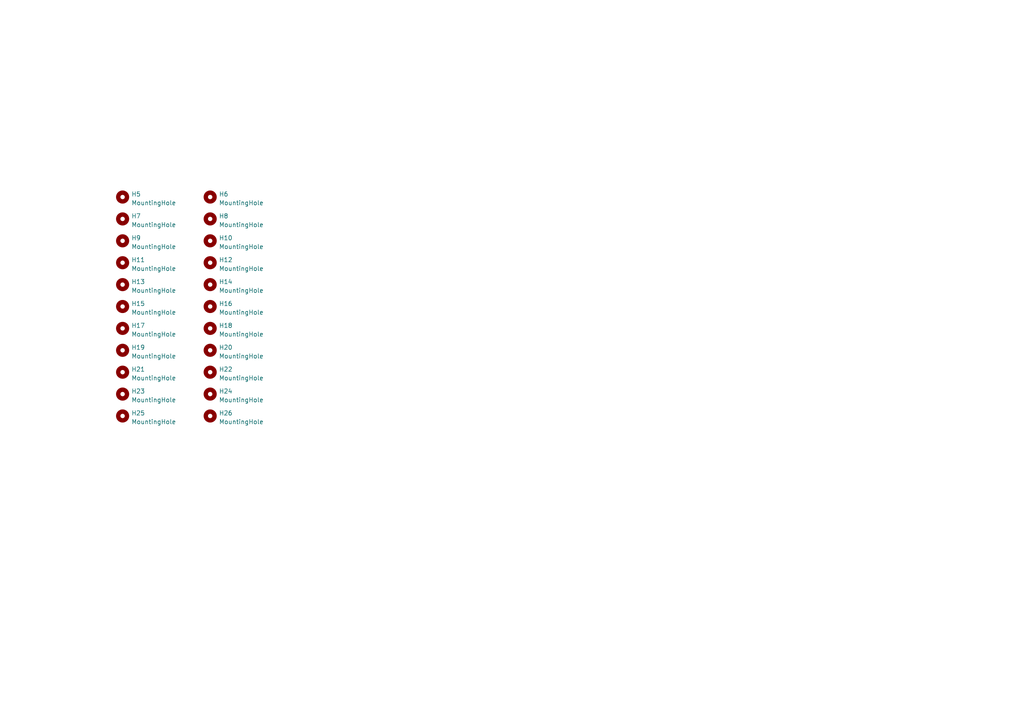
<source format=kicad_sch>
(kicad_sch (version 20230121) (generator eeschema)
  (paper "A4")
  (lib_symbols
    (symbol "Mechanical:MountingHole" (pin_names (offset 1.016))
      (property "Reference" "H" (at 0 5.08 0))
      (property "Value" "MountingHole" (at 0 3.175 0))
      (symbol "MountingHole_0_1"
        (circle (center 0 0) (radius 1.27) (stroke (width 1.27)))
      )
    )
  )
  (symbol (lib_id "Mechanical:MountingHole") (at 60.96 101.6 0) (unit 1)
    (property "Reference" "H20" (at 63.5 100.7653 0) (effects (justify left)))
    (property "Value" "MountingHole" (at 63.5 103.3022 0) (effects (justify left)))
    (property "Footprint" "cipulot_parts:HOLE_M2" (effects hide))
    (instances (project "minivan" (path "" (reference "H20") (unit 1)) (path "" (reference "H16") (unit 1))) (project "travaulta" (path "" (reference "H13") (unit 1))) (project "EC60" (path "" (reference "H1") (unit 1))))
  )
  (symbol (lib_id "Mechanical:MountingHole") (at 35.56 63.5 0) (unit 1)
    (property "Reference" "H7" (at 38.1 62.6653 0) (effects (justify left)))
    (property "Value" "MountingHole" (at 38.1 65.2022 0) (effects (justify left)))
    (property "Footprint" "cipulot_parts:HOLE_M2" (effects hide))
    (instances (project "minivan" (path "" (reference "H7") (unit 1)) (path "" (reference "H3") (unit 1))) (project "travaulta" (path "" (reference "H4") (unit 1))) (project "EC60" (path "" (reference "H1") (unit 1))))
  )
  (symbol (lib_id "Mechanical:MountingHole") (at 35.56 120.65 0) (unit 1)
    (property "Reference" "H25" (at 38.1 119.8153 0) (effects (justify left)))
    (property "Value" "MountingHole" (at 38.1 122.3522 0) (effects (justify left)))
    (property "Footprint" "cipulot_parts:HOLE_M2" (effects hide))
    (instances (project "minivan" (path "" (reference "H25") (unit 1)) (path "" (reference "H21") (unit 1))) (project "travaulta" (path "" (reference "H8") (unit 1))) (project "EC60" (path "" (reference "H1") (unit 1))))
  )
  (symbol (lib_id "Mechanical:MountingHole") (at 60.96 57.15 0) (unit 1)
    (property "Reference" "H6" (at 63.5 56.3153 0) (effects (justify left)))
    (property "Value" "MountingHole" (at 63.5 58.8522 0) (effects (justify left)))
    (property "Footprint" "cipulot_parts:HOLE_M2" (effects hide))
    (instances (project "minivan" (path "" (reference "H6") (unit 1)) (path "" (reference "H2") (unit 1))) (project "travaulta" (path "" (reference "H11") (unit 1))) (project "EC60" (path "" (reference "H1") (unit 1))))
  )
  (symbol (lib_id "Mechanical:MountingHole") (at 60.96 120.65 0) (unit 1)
    (property "Reference" "H26" (at 63.5 119.8153 0) (effects (justify left)))
    (property "Value" "MountingHole" (at 63.5 122.3522 0) (effects (justify left)))
    (property "Footprint" "cipulot_parts:HOLE_M2" (effects hide))
    (instances (project "minivan" (path "" (reference "H26") (unit 1)) (path "" (reference "H22") (unit 1))) (project "travaulta" (path "" (reference "H16") (unit 1))) (project "EC60" (path "" (reference "H1") (unit 1))))
  )
  (symbol (lib_id "Mechanical:MountingHole") (at 60.96 76.2 0) (unit 1)
    (property "Reference" "H12" (at 63.5 75.3653 0) (effects (justify left)))
    (property "Value" "MountingHole" (at 63.5 77.9022 0) (effects (justify left)))
    (property "Footprint" "cipulot_parts:HOLE_M2" (effects hide))
    (instances (project "minivan" (path "" (reference "H12") (unit 1)) (path "" (reference "H8") (unit 1))) (project "travaulta" (path "" (reference "H14") (unit 1))) (project "EC60" (path "" (reference "H1") (unit 1))))
  )
  (symbol (lib_id "Mechanical:MountingHole") (at 35.56 82.55 0) (unit 1)
    (property "Reference" "H13" (at 38.1 81.7153 0) (effects (justify left)))
    (property "Value" "MountingHole" (at 38.1 84.2522 0) (effects (justify left)))
    (property "Footprint" "cipulot_parts:HOLE_M2" (effects hide))
    (instances (project "minivan" (path "" (reference "H13") (unit 1)) (path "" (reference "H9") (unit 1))) (project "travaulta" (path "" (reference "H7") (unit 1))) (project "EC60" (path "" (reference "H1") (unit 1))))
  )
  (symbol (lib_id "Mechanical:MountingHole") (at 60.96 95.25 0) (unit 1)
    (property "Reference" "H18" (at 63.5 94.4153 0) (effects (justify left)))
    (property "Value" "MountingHole" (at 63.5 96.9522 0) (effects (justify left)))
    (property "Footprint" "cipulot_parts:HOLE_M2" (effects hide))
    (instances (project "minivan" (path "" (reference "H18") (unit 1)) (path "" (reference "H14") (unit 1))) (project "travaulta" (path "" (reference "H17") (unit 1))) (project "EC60" (path "" (reference "H1") (unit 1))))
  )
  (symbol (lib_id "Mechanical:MountingHole") (at 60.96 69.85 0) (unit 1)
    (property "Reference" "H10" (at 63.5 69.0153 0) (effects (justify left)))
    (property "Value" "MountingHole" (at 63.5 71.5522 0) (effects (justify left)))
    (property "Footprint" "cipulot_parts:HOLE_M2" (effects hide))
    (instances (project "minivan" (path "" (reference "H10") (unit 1)) (path "" (reference "H6") (unit 1))) (project "travaulta" (path "" (reference "H13") (unit 1))) (project "EC60" (path "" (reference "H1") (unit 1))))
  )
  (symbol (lib_id "Mechanical:MountingHole") (at 35.56 76.2 0) (unit 1)
    (property "Reference" "H11" (at 38.1 75.3653 0) (effects (justify left)))
    (property "Value" "MountingHole" (at 38.1 77.9022 0) (effects (justify left)))
    (property "Footprint" "cipulot_parts:HOLE_M2" (effects hide))
    (instances (project "minivan" (path "" (reference "H11") (unit 1)) (path "" (reference "H7") (unit 1))) (project "travaulta" (path "" (reference "H6") (unit 1))) (project "EC60" (path "" (reference "H1") (unit 1))))
  )
  (symbol (lib_id "Mechanical:MountingHole") (at 35.56 95.25 0) (unit 1)
    (property "Reference" "H17" (at 38.1 94.4153 0) (effects (justify left)))
    (property "Value" "MountingHole" (at 38.1 96.9522 0) (effects (justify left)))
    (property "Footprint" "cipulot_parts:HOLE_M2" (effects hide))
    (instances (project "minivan" (path "" (reference "H17") (unit 1)) (path "" (reference "H13") (unit 1))) (project "travaulta" (path "" (reference "H17") (unit 1))) (project "EC60" (path "" (reference "H1") (unit 1))))
  )
  (symbol (lib_id "Mechanical:MountingHole") (at 60.96 63.5 0) (unit 1)
    (property "Reference" "H8" (at 63.5 62.6653 0) (effects (justify left)))
    (property "Value" "MountingHole" (at 63.5 65.2022 0) (effects (justify left)))
    (property "Footprint" "cipulot_parts:HOLE_M2" (effects hide))
    (instances (project "minivan" (path "" (reference "H8") (unit 1)) (path "" (reference "H4") (unit 1))) (project "travaulta" (path "" (reference "H12") (unit 1))) (project "EC60" (path "" (reference "H1") (unit 1))))
  )
  (symbol (lib_id "Mechanical:MountingHole") (at 60.96 114.3 0) (unit 1)
    (property "Reference" "H24" (at 63.5 113.4653 0) (effects (justify left)))
    (property "Value" "MountingHole" (at 63.5 116.0022 0) (effects (justify left)))
    (property "Footprint" "cipulot_parts:HOLE_M2" (effects hide))
    (instances (project "minivan" (path "" (reference "H24") (unit 1)) (path "" (reference "H20") (unit 1))) (project "travaulta" (path "" (reference "H15") (unit 1))) (project "EC60" (path "" (reference "H1") (unit 1))))
  )
  (symbol (lib_id "Mechanical:MountingHole") (at 60.96 82.55 0) (unit 1)
    (property "Reference" "H14" (at 63.5 81.7153 0) (effects (justify left)))
    (property "Value" "MountingHole" (at 63.5 84.2522 0) (effects (justify left)))
    (property "Footprint" "cipulot_parts:HOLE_M2" (effects hide))
    (instances (project "minivan" (path "" (reference "H14") (unit 1)) (path "" (reference "H10") (unit 1))) (project "travaulta" (path "" (reference "H15") (unit 1))) (project "EC60" (path "" (reference "H1") (unit 1))))
  )
  (symbol (lib_id "Mechanical:MountingHole") (at 35.56 57.15 0) (unit 1)
    (property "Reference" "H5" (at 38.1 56.3153 0) (effects (justify left)))
    (property "Value" "MountingHole" (at 38.1 58.8522 0) (effects (justify left)))
    (property "Footprint" "cipulot_parts:HOLE_M2" (effects hide))
    (instances (project "minivan" (path "" (reference "H5") (unit 1)) (path "" (reference "H1") (unit 1))) (project "travaulta" (path "" (reference "H3") (unit 1))) (project "EC60" (path "" (reference "H1") (unit 1))))
  )
  (symbol (lib_id "Mechanical:MountingHole") (at 60.96 88.9 0) (unit 1)
    (property "Reference" "H16" (at 63.5 88.0653 0) (effects (justify left)))
    (property "Value" "MountingHole" (at 63.5 90.6022 0) (effects (justify left)))
    (property "Footprint" "cipulot_parts:HOLE_M2" (effects hide))
    (instances (project "minivan" (path "" (reference "H16") (unit 1)) (path "" (reference "H12") (unit 1))) (project "travaulta" (path "" (reference "H16") (unit 1))) (project "EC60" (path "" (reference "H1") (unit 1))))
  )
  (symbol (lib_id "Mechanical:MountingHole") (at 35.56 88.9 0) (unit 1)
    (property "Reference" "H15" (at 38.1 88.0653 0) (effects (justify left)))
    (property "Value" "MountingHole" (at 38.1 90.6022 0) (effects (justify left)))
    (property "Footprint" "cipulot_parts:HOLE_M2" (effects hide))
    (instances (project "minivan" (path "" (reference "H15") (unit 1)) (path "" (reference "H11") (unit 1))) (project "travaulta" (path "" (reference "H8") (unit 1))) (project "EC60" (path "" (reference "H1") (unit 1))))
  )
  (symbol (lib_id "Mechanical:MountingHole") (at 35.56 69.85 0) (unit 1)
    (property "Reference" "H9" (at 38.1 69.0153 0) (effects (justify left)))
    (property "Value" "MountingHole" (at 38.1 71.5522 0) (effects (justify left)))
    (property "Footprint" "cipulot_parts:HOLE_M2" (effects hide))
    (instances (project "minivan" (path "" (reference "H9") (unit 1)) (path "" (reference "H5") (unit 1))) (project "travaulta" (path "" (reference "H5") (unit 1))) (project "EC60" (path "" (reference "H1") (unit 1))))
  )
  (symbol (lib_id "Mechanical:MountingHole") (at 35.56 114.3 0) (unit 1)
    (property "Reference" "H23" (at 38.1 113.4653 0) (effects (justify left)))
    (property "Value" "MountingHole" (at 38.1 116.0022 0) (effects (justify left)))
    (property "Footprint" "cipulot_parts:HOLE_M2" (effects hide))
    (instances (project "minivan" (path "" (reference "H23") (unit 1)) (path "" (reference "H19") (unit 1))) (project "travaulta" (path "" (reference "H7") (unit 1))) (project "EC60" (path "" (reference "H1") (unit 1))))
  )
  (symbol (lib_id "Mechanical:MountingHole") (at 60.96 107.95 0) (unit 1)
    (property "Reference" "H22" (at 63.5 107.1153 0) (effects (justify left)))
    (property "Value" "MountingHole" (at 63.5 109.6522 0) (effects (justify left)))
    (property "Footprint" "cipulot_parts:HOLE_M2" (effects hide))
    (instances (project "minivan" (path "" (reference "H22") (unit 1)) (path "" (reference "H18") (unit 1))) (project "travaulta" (path "" (reference "H14") (unit 1))) (project "EC60" (path "" (reference "H1") (unit 1))))
  )
  (symbol (lib_id "Mechanical:MountingHole") (at 35.56 107.95 0) (unit 1)
    (property "Reference" "H21" (at 38.1 107.1153 0) (effects (justify left)))
    (property "Value" "MountingHole" (at 38.1 109.6522 0) (effects (justify left)))
    (property "Footprint" "cipulot_parts:HOLE_M2" (effects hide))
    (instances (project "minivan" (path "" (reference "H21") (unit 1)) (path "" (reference "H17") (unit 1))) (project "travaulta" (path "" (reference "H6") (unit 1))) (project "EC60" (path "" (reference "H1") (unit 1))))
  )
  (symbol (lib_id "Mechanical:MountingHole") (at 35.56 101.6 0) (unit 1)
    (property "Reference" "H19" (at 38.1 100.7653 0) (effects (justify left)))
    (property "Value" "MountingHole" (at 38.1 103.3022 0) (effects (justify left)))
    (property "Footprint" "cipulot_parts:HOLE_M2" (effects hide))
    (instances (project "minivan" (path "" (reference "H19") (unit 1)) (path "" (reference "H15") (unit 1))) (project "travaulta" (path "" (reference "H5") (unit 1))) (project "EC60" (path "" (reference "H1") (unit 1))))
  )
)
</source>
